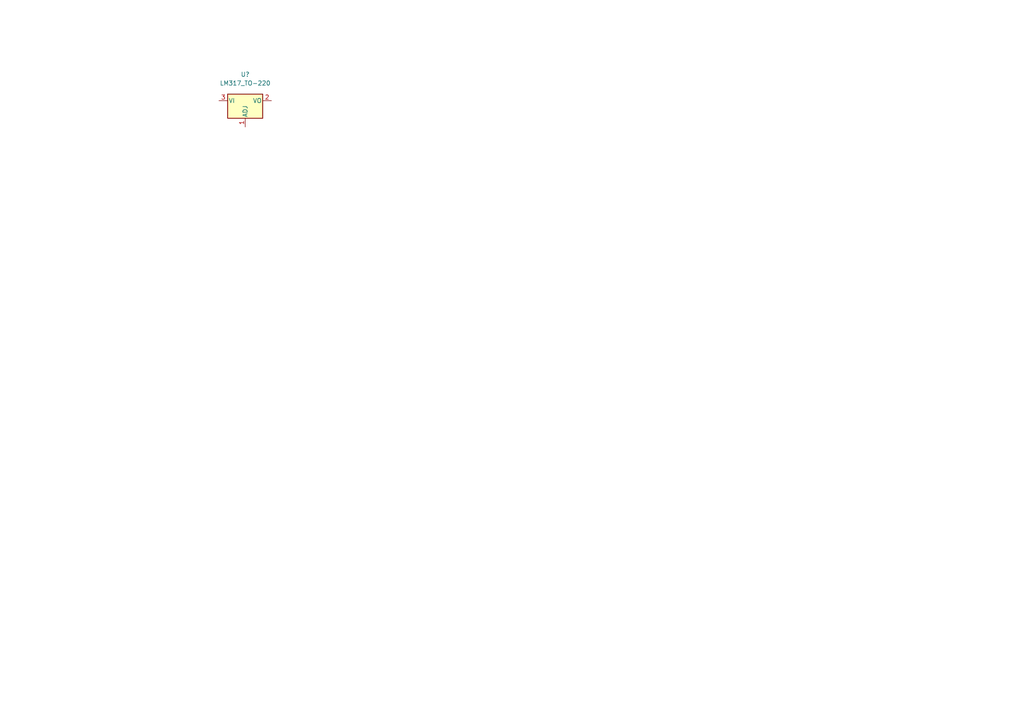
<source format=kicad_sch>
(kicad_sch (version 20211123) (generator eeschema)
  (paper "A4")
  (lib_symbols
    (symbol "Regulator_Linear:LM317_TO-220" (pin_names (offset 0.254))
      (property "Reference" "U" (at -3.81 3.175 0))
      (property "Value" "LM317_TO-220" (at 0 3.175 0))
      (symbol "LM317_TO-220_0_1"
        (rectangle (start -5.08 1.905) (end 5.08 -5.08) (stroke (width 0.254)) (fill (type background)))
      )
      (symbol "LM317_TO-220_1_1"
        (pin input line (at 0 -7.62 90) (length 2.54) (name "ADJ") (number "1"))
        (pin power_out line (at 7.62 0 180) (length 2.54) (name "VO") (number "2"))
        (pin power_in line (at -7.62 0 0) (length 2.54) (name "VI") (number "3"))
      )
    )
  )
  (symbol (lib_id "Regulator_Linear:LM317_TO-220") (at 71.12 29.21 0) (unit 1)
    (property "Reference" "U?" (at 71.12 21.59 0))
    (property "Value" "LM317_TO-220" (at 71.12 24.13 0))
    (property "Footprint" "Package_TO_SOT_THT:TO-220-3_Vertical" (effects hide))
    (property "Datasheet" "http://www.ti.com/lit/ds/symlink/lm317.pdf" (effects hide))
  )
)
</source>
